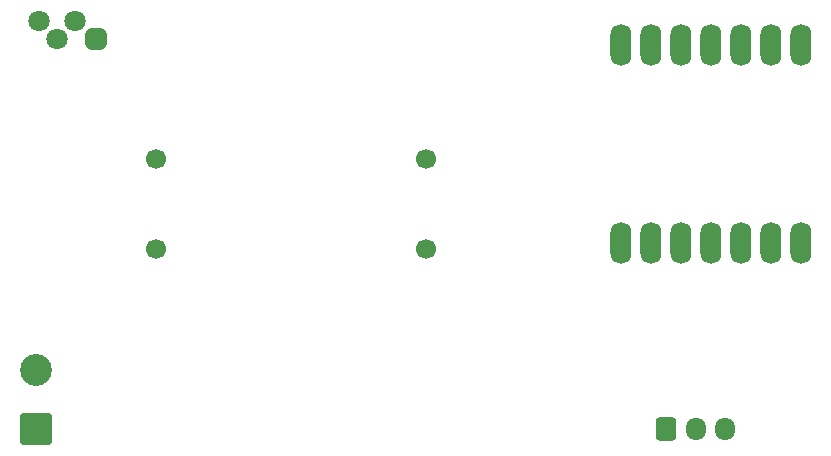
<source format=gbr>
%TF.GenerationSoftware,KiCad,Pcbnew,7.0.10*%
%TF.CreationDate,2024-02-04T14:41:23-08:00*%
%TF.ProjectId,514final,35313466-696e-4616-9c2e-6b696361645f,rev?*%
%TF.SameCoordinates,Original*%
%TF.FileFunction,Copper,L2,Bot*%
%TF.FilePolarity,Positive*%
%FSLAX46Y46*%
G04 Gerber Fmt 4.6, Leading zero omitted, Abs format (unit mm)*
G04 Created by KiCad (PCBNEW 7.0.10) date 2024-02-04 14:41:23*
%MOMM*%
%LPD*%
G01*
G04 APERTURE LIST*
G04 Aperture macros list*
%AMRoundRect*
0 Rectangle with rounded corners*
0 $1 Rounding radius*
0 $2 $3 $4 $5 $6 $7 $8 $9 X,Y pos of 4 corners*
0 Add a 4 corners polygon primitive as box body*
4,1,4,$2,$3,$4,$5,$6,$7,$8,$9,$2,$3,0*
0 Add four circle primitives for the rounded corners*
1,1,$1+$1,$2,$3*
1,1,$1+$1,$4,$5*
1,1,$1+$1,$6,$7*
1,1,$1+$1,$8,$9*
0 Add four rect primitives between the rounded corners*
20,1,$1+$1,$2,$3,$4,$5,0*
20,1,$1+$1,$4,$5,$6,$7,0*
20,1,$1+$1,$6,$7,$8,$9,0*
20,1,$1+$1,$8,$9,$2,$3,0*%
G04 Aperture macros list end*
%TA.AperFunction,ComponentPad*%
%ADD10O,1.700000X1.950000*%
%TD*%
%TA.AperFunction,ComponentPad*%
%ADD11RoundRect,0.250000X-0.600000X-0.725000X0.600000X-0.725000X0.600000X0.725000X-0.600000X0.725000X0*%
%TD*%
%TA.AperFunction,ComponentPad*%
%ADD12C,1.800000*%
%TD*%
%TA.AperFunction,ComponentPad*%
%ADD13RoundRect,0.450000X0.450000X0.450000X-0.450000X0.450000X-0.450000X-0.450000X0.450000X-0.450000X0*%
%TD*%
%TA.AperFunction,ComponentPad*%
%ADD14RoundRect,0.250001X1.099999X-1.099999X1.099999X1.099999X-1.099999X1.099999X-1.099999X-1.099999X0*%
%TD*%
%TA.AperFunction,ComponentPad*%
%ADD15C,2.700000*%
%TD*%
%TA.AperFunction,ComponentPad*%
%ADD16C,1.700000*%
%TD*%
%TA.AperFunction,ComponentPad*%
%ADD17O,1.778000X3.556000*%
%TD*%
G04 APERTURE END LIST*
D10*
%TO.P,SW1,3,C*%
%TO.N,Net-(SW1-C)*%
X242530000Y-140970000D03*
%TO.P,SW1,2,B*%
%TO.N,Net-(BT1-+)*%
X240030000Y-140970000D03*
D11*
%TO.P,SW1,1,A*%
%TO.N,unconnected-(SW1-A-Pad1)*%
X237530000Y-140970000D03*
%TD*%
D12*
%TO.P,D1,4,K*%
%TO.N,Net-(BT1--)*%
X184404000Y-106426000D03*
%TO.P,D1,3,BA*%
%TO.N,Net-(D1-BA)*%
X185928000Y-107950000D03*
%TO.P,D1,2,GA*%
%TO.N,Net-(D1-GA)*%
X187452000Y-106426000D03*
D13*
%TO.P,D1,1,RA*%
%TO.N,Net-(D1-RA)*%
X189230000Y-107950000D03*
%TD*%
D14*
%TO.P,BT1,1,+*%
%TO.N,Net-(BT1-+)*%
X184150000Y-140970000D03*
D15*
%TO.P,BT1,2,-*%
%TO.N,Net-(BT1--)*%
X184150000Y-135970000D03*
%TD*%
D16*
%TO.P,M1,1*%
%TO.N,Net-(U1-GPIO1_A0_D0)*%
X194310000Y-118110000D03*
%TO.P,M1,2,-*%
%TO.N,Net-(M1--)*%
X194310000Y-125730000D03*
%TO.P,M1,3*%
%TO.N,Net-(U1-GPIO3_A2_D2)*%
X217170000Y-125730000D03*
%TO.P,M1,4*%
%TO.N,Net-(U1-GPIO4_A3_D3)*%
X217170000Y-118110000D03*
%TD*%
D17*
%TO.P,U1,1,GPIO1_A0_D0*%
%TO.N,Net-(U1-GPIO1_A0_D0)*%
X248920000Y-125222000D03*
%TO.P,U1,2,GPIO2_A1_D1*%
%TO.N,Net-(M1--)*%
X246380000Y-125222000D03*
%TO.P,U1,3,GPIO3_A2_D2*%
%TO.N,Net-(U1-GPIO3_A2_D2)*%
X243840000Y-125222000D03*
%TO.P,U1,4,GPIO4_A3_D3*%
%TO.N,Net-(U1-GPIO4_A3_D3)*%
X241300000Y-125222000D03*
%TO.P,U1,5,GPIO4_A3_D3_SDA*%
%TO.N,unconnected-(U1-GPIO4_A3_D3_SDA-Pad5)*%
X238760000Y-125222000D03*
%TO.P,U1,6,GPIO6_A5_D5_SCL*%
%TO.N,unconnected-(U1-GPIO6_A5_D5_SCL-Pad6)*%
X236220000Y-125222000D03*
%TO.P,U1,7,GPIO43_TX_D6*%
%TO.N,unconnected-(U1-GPIO43_TX_D6-Pad7)*%
X233680000Y-125222000D03*
%TO.P,U1,8,5V*%
%TO.N,Net-(SW1-C)*%
X248920000Y-108458000D03*
%TO.P,U1,9,GND*%
%TO.N,Net-(BT1--)*%
X246380000Y-108458000D03*
%TO.P,U1,10,3V3*%
%TO.N,unconnected-(U1-3V3-Pad10)*%
X243840000Y-108458000D03*
%TO.P,U1,11,GPIO9_A10_D10_COPI*%
%TO.N,Net-(U1-GPIO9_A10_D10_COPI)*%
X241300000Y-108458000D03*
%TO.P,U1,12,GPIO8_A9_D9_CIPO*%
%TO.N,Net-(U1-GPIO8_A9_D9_CIPO)*%
X238760000Y-108458000D03*
%TO.P,U1,13,GPIO7_A8_D8_SCK*%
%TO.N,Net-(U1-GPIO7_A8_D8_SCK)*%
X236220000Y-108458000D03*
%TO.P,U1,14,GPIO44_D7_RX*%
%TO.N,unconnected-(U1-GPIO44_D7_RX-Pad14)*%
X233680000Y-108458000D03*
%TD*%
M02*

</source>
